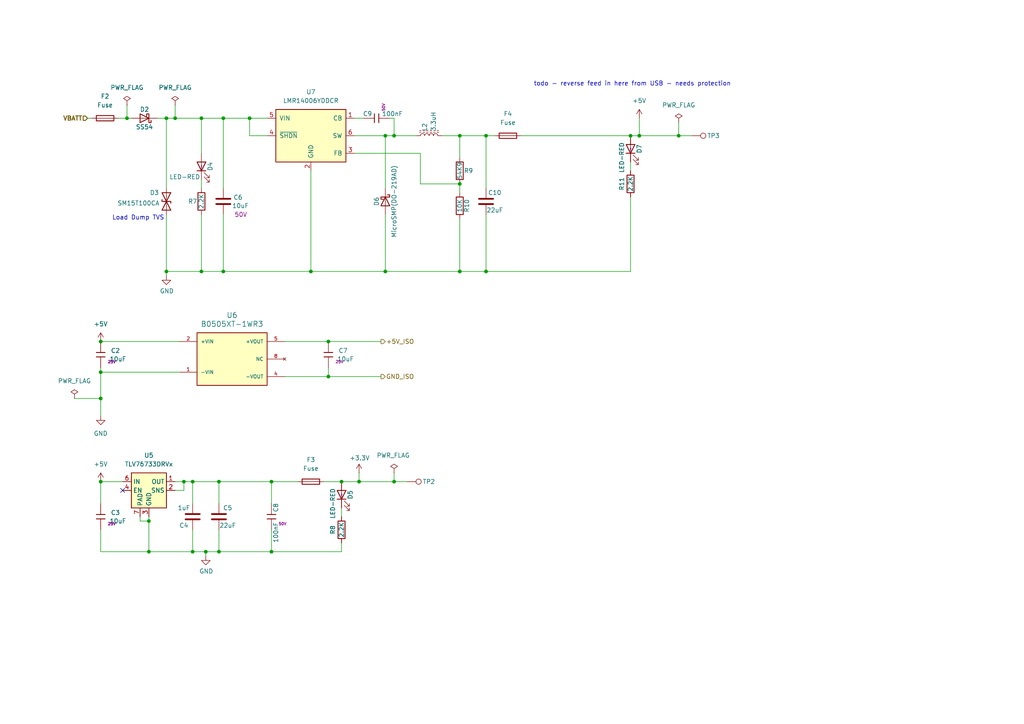
<source format=kicad_sch>
(kicad_sch (version 20250114) (generator "eeschema") (generator_version "9.0")
  (paper "A4")
  (lib_symbols
    (symbol "Connector:TestPoint" (pin_numbers (hide yes)) (pin_names (offset 0.762) (hide yes))
      (property "Reference" "TP" (at 0 6.858 0))
      (property "Value" "TestPoint" (at 0 5.08 0))
      (symbol "TestPoint_0_1"
        (circle (center 0 3.302) (radius 0.762))
      )
      (symbol "TestPoint_1_1"
        (pin passive line (at 0 0 90) (length 2.54) (name "1") (number "1"))
      )
    )
    (symbol "Device:C" (pin_numbers (hide yes)) (pin_names (offset 0.254))
      (property "Reference" "C" (at 0.635 2.54 0))
      (property "Value" "C" (at 0.635 -2.54 0))
      (symbol "C_0_1"
        (polyline (pts (xy -2.032 0.762) (xy 2.032 0.762)) (stroke (width 0.508)))
        (polyline (pts (xy -2.032 -0.762) (xy 2.032 -0.762)) (stroke (width 0.508)))
      )
      (symbol "C_1_1"
        (pin passive line (at 0 3.81 270) (length 2.794) (name "~") (number "1"))
        (pin passive line (at 0 -3.81 90) (length 2.794) (name "~") (number "2"))
      )
    )
    (symbol "Device:D_TVS" (pin_numbers (hide yes)) (pin_names (offset 1.016) (hide yes))
      (property "Reference" "D" (at 0 2.54 0))
      (property "Value" "D_TVS" (at 0 -2.54 0))
      (symbol "D_TVS_0_1"
        (polyline (pts (xy -2.54 1.27) (xy -2.54 -1.27) (xy 2.54 1.27) (xy 2.54 -1.27) (xy -2.54 1.27)) (stroke (width 0.254)))
        (polyline (pts (xy 0.508 1.27) (xy 0 1.27) (xy 0 -1.27) (xy -0.508 -1.27)) (stroke (width 0.254)))
        (polyline (pts (xy 1.27 0) (xy -1.27 0)))
      )
      (symbol "D_TVS_1_1"
        (pin passive line (at -3.81 0 0) (length 2.54) (name "A1") (number "1"))
        (pin passive line (at 3.81 0 180) (length 2.54) (name "A2") (number "2"))
      )
    )
    (symbol "Device:L_Ferrite" (pin_numbers (hide yes)) (pin_names (offset 1.016) (hide yes))
      (property "Reference" "L" (at -1.27 0 90))
      (property "Value" "L_Ferrite" (at 2.794 0 90))
      (symbol "L_Ferrite_0_1"
        (arc (start 0 2.54) (mid 0.6323 1.905) (end 0 1.27))
        (arc (start 0 1.27) (mid 0.6323 0.635) (end 0 0))
        (arc (start 0 0) (mid 0.6323 -0.635) (end 0 -1.27))
        (arc (start 0 -1.27) (mid 0.6323 -1.905) (end 0 -2.54))
        (polyline (pts (xy 1.016 2.286) (xy 1.016 2.794)))
        (polyline (pts (xy 1.016 1.27) (xy 1.016 1.778)))
        (polyline (pts (xy 1.016 0.254) (xy 1.016 0.762)))
        (polyline (pts (xy 1.016 -0.762) (xy 1.016 -0.254)))
        (polyline (pts (xy 1.016 -1.778) (xy 1.016 -1.27)))
        (polyline (pts (xy 1.016 -2.794) (xy 1.016 -2.286)))
        (polyline (pts (xy 1.524 2.794) (xy 1.524 2.286)))
        (polyline (pts (xy 1.524 1.778) (xy 1.524 1.27)))
        (polyline (pts (xy 1.524 0.762) (xy 1.524 0.254)))
        (polyline (pts (xy 1.524 -0.254) (xy 1.524 -0.762)))
        (polyline (pts (xy 1.524 -1.27) (xy 1.524 -1.778)))
        (polyline (pts (xy 1.524 -2.286) (xy 1.524 -2.794)))
      )
      (symbol "L_Ferrite_1_1"
        (pin passive line (at 0 3.81 270) (length 1.27) (name "1") (number "1"))
        (pin passive line (at 0 -3.81 90) (length 1.27) (name "2") (number "2"))
      )
    )
    (symbol "Fuse_16V_500mA_100A_1A_150mΩ_0805_PTC_Resettable_Fuses_ROHS_1" (pin_numbers (hide yes)) (pin_names (offset 0))
      (property "Reference" "F1" (at 6.35 0 90))
      (property "Value" "Fuse_16V_500mA_100A_1A_150mΩ_0805_PTC_Resettable_Fuses_ROHS" (at 3.81 0 90))
      (symbol "Fuse_16V_500mA_100A_1A_150mΩ_0805_PTC_Resettable_Fuses_ROHS_1_0_1"
        (rectangle (start -0.762 -2.54) (end 0.762 2.54) (stroke (width 0.254)))
        (polyline (pts (xy 0 2.54) (xy 0 -2.54)))
      )
      (symbol "Fuse_16V_500mA_100A_1A_150mΩ_0805_PTC_Resettable_Fuses_ROHS_1_1_1"
        (pin passive line (at 0 3.81 270) (length 1.27) (name "~") (number "1"))
        (pin passive line (at 0 -3.81 90) (length 1.27) (name "~") (number "2"))
      )
    )
    (symbol "Fuse_16V_500mA_100A_1A_150mΩ_0805_PTC_Resettable_Fuses_ROHS_2" (pin_numbers (hide yes)) (pin_names (offset 0))
      (property "Reference" "F1" (at 6.35 0 90))
      (property "Value" "Fuse_16V_500mA_100A_1A_150mΩ_0805_PTC_Resettable_Fuses_ROHS" (at 3.81 0 90))
      (symbol "Fuse_16V_500mA_100A_1A_150mΩ_0805_PTC_Resettable_Fuses_ROHS_2_0_1"
        (rectangle (start -0.762 -2.54) (end 0.762 2.54) (stroke (width 0.254)))
        (polyline (pts (xy 0 2.54) (xy 0 -2.54)))
      )
      (symbol "Fuse_16V_500mA_100A_1A_150mΩ_0805_PTC_Resettable_Fuses_ROHS_2_1_1"
        (pin passive line (at 0 3.81 270) (length 1.27) (name "~") (number "1"))
        (pin passive line (at 0 -3.81 90) (length 1.27) (name "~") (number "2"))
      )
    )
    (symbol "PCM_JLCPCB-Resistors:0402,56kΩ" (pin_numbers (hide yes)) (pin_names (offset 0))
      (property "Reference" "R" (at 1.778 0 0))
      (property "Value" "56kΩ" (at 0 0 90))
      (symbol "0402,56kΩ_0_1"
        (rectangle (start -1.016 2.54) (end 1.016 -2.54) (stroke (width 0.254)))
      )
      (symbol "0402,56kΩ_1_1"
        (pin passive line (at 0 3.81 270) (length 1.27) (name "~") (number "1"))
        (pin passive line (at 0 -3.81 90) (length 1.27) (name "~") (number "2"))
      )
    )
    (symbol "Regulator_Switching:LMR14206" (pin_names (offset 1.016))
      (property "Reference" "U" (at -10.16 11.43 0))
      (property "Value" "LMR14206" (at -10.16 8.89 0))
      (symbol "LMR14206_0_1"
        (rectangle (start -10.16 7.62) (end 10.16 -7.62) (stroke (width 0.254)) (fill (type background)))
      )
      (symbol "LMR14206_1_1"
        (pin power_in line (at -12.7 5.08 0) (length 2.54) (name "VIN") (number "5"))
        (pin input line (at -12.7 0 0) (length 2.54) (name "~{SHDN}") (number "4"))
        (pin power_in line (at 0 -10.16 90) (length 2.54) (name "GND") (number "2"))
        (pin input line (at 12.7 5.08 180) (length 2.54) (name "CB") (number "1"))
        (pin output line (at 12.7 0 180) (length 2.54) (name "SW") (number "6"))
        (pin input line (at 12.7 -5.08 180) (length 2.54) (name "FB") (number "3"))
      )
    )
    (symbol "dnt_global:0402,10kΩ" (pin_numbers (hide yes)) (pin_names (offset 0))
      (property "Reference" "R" (at 1.778 0 0))
      (property "Value" "10kΩ" (at 0 0 90))
      (symbol "0402,10kΩ_0_1"
        (rectangle (start -1.016 2.54) (end 1.016 -2.54) (stroke (width 0.254)))
      )
      (symbol "0402,10kΩ_1_1"
        (pin passive line (at 0 3.81 270) (length 1.27) (name "~") (number "1"))
        (pin passive line (at 0 -3.81 90) (length 1.27) (name "~") (number "2"))
      )
    )
    (symbol "dnt_global:0603,100nF" (pin_numbers (hide yes)) (pin_names (offset 0))
      (property "Reference" "C" (at 2.032 1.668 0))
      (property "Value" "100nF" (at 2.032 -0.3782 0))
      (property "Voltage Rated" "50V" (at 2.032 -2.0462 0))
      (symbol "0603,100nF_0_1"
        (polyline (pts (xy -1.27 0.635) (xy 1.27 0.635)) (stroke (width 0.254)))
        (polyline (pts (xy -1.27 -0.635) (xy 1.27 -0.635)) (stroke (width 0.254)))
      )
      (symbol "0603,100nF_1_1"
        (pin passive line (at 0 3.81 270) (length 3.175) (name "~") (number "1"))
        (pin passive line (at 0 -3.81 90) (length 3.175) (name "~") (number "2"))
      )
    )
    (symbol "dnt_global:0603,10uF,_25V" (pin_numbers (hide yes)) (pin_names (offset 0))
      (property "Reference" "C" (at 2.032 1.668 0))
      (property "Value" "10uF" (at 2.032 -0.3782 0))
      (property "Voltage Rated" "25V" (at 2.032 -2.0462 0))
      (symbol "0603,10uF,_25V_0_1"
        (polyline (pts (xy -1.27 0.635) (xy 1.27 0.635)) (stroke (width 0.254)))
        (polyline (pts (xy -1.27 -0.635) (xy 1.27 -0.635)) (stroke (width 0.254)))
      )
      (symbol "0603,10uF,_25V_1_1"
        (pin passive line (at 0 3.81 270) (length 3.175) (name "~") (number "1"))
        (pin passive line (at 0 -3.81 90) (length 3.175) (name "~") (number "2"))
      )
    )
    (symbol "dnt_global:B0505_Isolated_SMD" (pin_names (offset 1.016))
      (property "Reference" "U" (at 0 12.7 0))
      (property "Value" "B0505XT-1WR3" (at 0 10.16 0))
      (symbol "B0505_Isolated_SMD_0_0"
        (rectangle (start -10.16 7.62) (end 10.16 -7.62) (stroke (width 0.254)) (fill (type background)))
        (pin no_connect line (at 15.24 0 180) (length 5.08) (name "NC") (number "8"))
      )
      (symbol "B0505_Isolated_SMD_1_0"
        (pin power_in line (at -15.24 5.08 0) (length 5.08) (name "+VIN") (number "2"))
        (pin power_in line (at -15.24 -3.81 0) (length 5.08) (name "-VIN") (number "1"))
        (pin power_out line (at 15.24 5.08 180) (length 5.08) (name "+VOUT") (number "5"))
        (pin power_out line (at 15.24 -5.08 180) (length 5.08) (name "-VOUT") (number "4"))
      )
    )
    (symbol "dnt_global:Diode - V1P6-M3/H 60V 1A Schotty " (pin_numbers (hide yes)) (pin_names (offset 1.016) (hide yes))
      (property "Reference" "D" (at 0 -2.54 0))
      (property "Value" "Diode - Schotty V1P6-M3/H 60V 1A" (at 0 2.54 0))
      (symbol "Diode - V1P6-M3/H 60V 1A Schotty _0_1"
        (polyline (pts (xy -1.905 0.635) (xy -1.905 1.27) (xy -1.27 1.27) (xy -1.27 -1.27) (xy -0.635 -1.27) (xy -0.635 -0.635)) (stroke (width 0.254)))
        (polyline (pts (xy 1.27 1.27) (xy 1.27 -1.27) (xy -1.27 0) (xy 1.27 1.27)) (stroke (width 0.254)))
        (polyline (pts (xy 1.27 0) (xy -1.27 0)))
      )
      (symbol "Diode - V1P6-M3/H 60V 1A Schotty _1_1"
        (pin passive line (at -3.81 0 0) (length 2.54) (name "K") (number "1"))
        (pin passive line (at 3.81 0 180) (length 2.54) (name "A") (number "2"))
      )
    )
    (symbol "dnt_global:Diode_SS54" (pin_numbers (hide yes)) (pin_names (offset 1.016) (hide yes))
      (property "Reference" "D" (at 0 -2.54 0))
      (property "Value" "SS54" (at 0 2.54 0))
      (symbol "Diode_SS54_0_1"
        (polyline (pts (xy -1.905 0.635) (xy -1.905 1.27) (xy -1.27 1.27) (xy -1.27 -1.27) (xy -0.635 -1.27) (xy -0.635 -0.635)) (stroke (width 0.254)))
        (polyline (pts (xy 1.27 1.27) (xy 1.27 -1.27) (xy -1.27 0) (xy 1.27 1.27)) (stroke (width 0.254)))
        (polyline (pts (xy 1.27 0) (xy -1.27 0)))
      )
      (symbol "Diode_SS54_1_1"
        (pin passive line (at -3.81 0 0) (length 2.54) (name "K") (number "1"))
        (pin passive line (at 3.81 0 180) (length 2.54) (name "A") (number "2"))
      )
    )
    (symbol "dnt_global:Fuse_16V_500mA_100A_1A_150mΩ_0805_PTC_Resettable_Fuses_ROHS" (pin_numbers (hide yes)) (pin_names (offset 0))
      (property "Reference" "F1" (at 6.35 0 90))
      (property "Value" "Fuse_16V_500mA_100A_1A_150mΩ_0805_PTC_Resettable_Fuses_ROHS" (at 3.81 0 90))
      (symbol "Fuse_16V_500mA_100A_1A_150mΩ_0805_PTC_Resettable_Fuses_ROHS_0_1"
        (rectangle (start -0.762 -2.54) (end 0.762 2.54) (stroke (width 0.254)))
        (polyline (pts (xy 0 2.54) (xy 0 -2.54)))
      )
      (symbol "Fuse_16V_500mA_100A_1A_150mΩ_0805_PTC_Resettable_Fuses_ROHS_1_1"
        (pin passive line (at 0 3.81 270) (length 1.27) (name "~") (number "1"))
        (pin passive line (at 0 -3.81 90) (length 1.27) (name "~") (number "2"))
      )
    )
    (symbol "dnt_global:LED-RED" (pin_numbers (hide yes)) (pin_names (offset 1.016) (hide yes))
      (property "Reference" "D" (at 0 -2.54 0))
      (property "Value" "LED-RED" (at -3.048 4.826 90))
      (property "Datasheet" "~" (at 0 0 0))
      (symbol "LED-RED_0_1"
        (polyline (pts (xy -3.048 -0.762) (xy -4.572 -2.286) (xy -3.81 -2.286) (xy -4.572 -2.286) (xy -4.572 -1.524)))
        (polyline (pts (xy -1.778 -0.762) (xy -3.302 -2.286) (xy -2.54 -2.286) (xy -3.302 -2.286) (xy -3.302 -1.524)))
        (polyline (pts (xy -1.27 0) (xy 1.27 0)))
        (polyline (pts (xy -1.27 -1.27) (xy -1.27 1.27)) (stroke (width 0.254)))
        (polyline (pts (xy 1.27 -1.27) (xy 1.27 1.27) (xy -1.27 0) (xy 1.27 -1.27)) (stroke (width 0.254)))
      )
      (symbol "LED-RED_1_1"
        (pin passive line (at -3.81 0 0) (length 2.54) (name "K") (number "1"))
        (pin passive line (at 3.81 0 180) (length 2.54) (name "A") (number "2"))
      )
    )
    (symbol "dnt_global:Resistor_0402,10kΩ" (pin_numbers (hide yes)) (pin_names (offset 0))
      (property "Reference" "R" (at 1.778 0 0))
      (property "Value" "10kΩ" (at 0 0 90))
      (symbol "Resistor_0402,10kΩ_0_1"
        (rectangle (start -1.016 2.54) (end 1.016 -2.54) (stroke (width 0.254)))
      )
      (symbol "Resistor_0402,10kΩ_1_1"
        (pin passive line (at 0 3.81 270) (length 1.27) (name "~") (number "1"))
        (pin passive line (at 0 -3.81 90) (length 1.27) (name "~") (number "2"))
      )
    )
    (symbol "dnt_global:TLV76733DRVx"
      (property "Reference" "U" (at 0 8.89 0))
      (property "Value" "TLV76733DRVx" (at 0.254 6.604 0))
      (symbol "TLV76733DRVx_0_1"
        (rectangle (start -5.08 -5.08) (end 5.08 5.08) (stroke (width 0.254)) (fill (type background)))
      )
      (symbol "TLV76733DRVx_1_1"
        (pin power_in line (at -7.62 2.54 0) (length 2.54) (name "IN") (number "6"))
        (pin input line (at -7.62 0 0) (length 2.54) (name "EN") (number "4"))
        (pin passive line (at -2.54 -7.62 90) (length 2.54) (name "PAD") (number "7"))
        (pin power_in line (at 0 -7.62 90) (length 2.54) (name "GND") (number "3"))
        (pin passive line (at 0 -7.62 90) (length 2.54) (hide yes) (name "GND") (number "5"))
        (pin power_out line (at 7.62 2.54 180) (length 2.54) (name "OUT") (number "1"))
        (pin input line (at 7.62 0 180) (length 2.54) (name "SNS") (number "2"))
      )
    )
    (symbol "power:+3.3V" (power) (pin_numbers (hide yes)) (pin_names (offset 0) (hide yes))
      (property "Value" "+3.3V" (at 0 3.556 0))
      (symbol "+3.3V_0_1"
        (polyline (pts (xy -0.762 1.27) (xy 0 2.54)))
        (polyline (pts (xy 0 2.54) (xy 0.762 1.27)))
        (polyline (pts (xy 0 0) (xy 0 2.54)))
      )
      (symbol "+3.3V_1_1"
        (pin power_in line (at 0 0 90) (length 0) (name "~") (number "1"))
      )
    )
    (symbol "power:+5V" (power) (pin_numbers (hide yes)) (pin_names (offset 0) (hide yes))
      (property "Value" "+5V" (at 0 3.556 0))
      (symbol "+5V_0_1"
        (polyline (pts (xy -0.762 1.27) (xy 0 2.54)))
        (polyline (pts (xy 0 2.54) (xy 0.762 1.27)))
        (polyline (pts (xy 0 0) (xy 0 2.54)))
      )
      (symbol "+5V_1_1"
        (pin power_in line (at 0 0 90) (length 0) (name "~") (number "1"))
      )
    )
    (symbol "power:GND" (power) (pin_numbers (hide yes)) (pin_names (offset 0) (hide yes))
      (property "Value" "GND" (at 0 -3.81 0))
      (symbol "GND_0_1"
        (polyline (pts (xy 0 0) (xy 0 -1.27) (xy 1.27 -1.27) (xy 0 -2.54) (xy -1.27 -1.27) (xy 0 -1.27)))
      )
      (symbol "GND_1_1"
        (pin power_in line (at 0 0 270) (length 0) (name "~") (number "1"))
      )
    )
    (symbol "power:PWR_FLAG" (power) (pin_numbers (hide yes)) (pin_names (offset 0) (hide yes))
      (property "Value" "PWR_FLAG" (at 0 3.81 0))
      (symbol "PWR_FLAG_0_0"
        (pin power_out line (at 0 0 90) (length 0) (name "~") (number "1"))
      )
      (symbol "PWR_FLAG_0_1"
        (polyline (pts (xy 0 0) (xy 0 1.27) (xy -1.016 1.905) (xy 0 2.54) (xy 1.016 1.905) (xy 0 1.27)))
      )
    )
  )
  (text "Load Dump TVS\n\n" (at 32.512 66.04 0) (effects (font (size 1.27 1.27) (thickness 0.1588)) (justify left bottom)))
  (text "todo - reverse feed in here from USB - needs protection " (at 183.896 24.384 0) (effects (font (size 1.27 1.27))))
  (junction (at 64.77 34.29))
  (junction (at 111.76 78.74))
  (junction (at 95.25 99.06))
  (junction (at 133.35 78.74))
  (junction (at 133.35 39.37))
  (junction (at 29.21 107.95))
  (junction (at 63.5 139.7))
  (junction (at 43.18 151.13))
  (junction (at 185.42 39.37))
  (junction (at 78.74 139.7))
  (junction (at 72.39 34.29))
  (junction (at 36.83 34.29))
  (junction (at 99.06 139.7))
  (junction (at 58.42 34.29))
  (junction (at 133.35 53.34))
  (junction (at 50.8 34.29))
  (junction (at 140.97 78.74))
  (junction (at 196.85 39.37))
  (junction (at 104.14 139.7))
  (junction (at 58.42 78.74))
  (junction (at 114.3 139.7))
  (junction (at 63.5 160.02))
  (junction (at 140.97 39.37))
  (junction (at 29.21 115.57))
  (junction (at 29.21 99.06))
  (junction (at 48.26 34.29))
  (junction (at 55.88 160.02))
  (junction (at 48.26 78.74))
  (junction (at 90.17 78.74))
  (junction (at 55.88 139.7))
  (junction (at 78.74 160.02))
  (junction (at 64.77 78.74))
  (junction (at 95.25 109.22))
  (junction (at 182.88 39.37))
  (junction (at 43.18 160.02))
  (junction (at 53.34 139.7))
  (junction (at 111.76 39.37))
  (junction (at 29.21 139.7))
  (junction (at 59.69 160.02))
  (junction (at 114.3 39.37))
  (no_connect (at 35.56 142.24))
  (wire (pts (xy 48.26 78.74) (xy 58.42 78.74)))
  (wire (pts (xy 140.97 39.37) (xy 140.97 54.61)))
  (wire (pts (xy 128.27 39.37) (xy 133.35 39.37)))
  (wire (pts (xy 111.76 39.37) (xy 111.76 54.61)))
  (wire (pts (xy 34.29 34.29) (xy 36.83 34.29)))
  (wire (pts (xy 29.21 115.57) (xy 29.21 120.65)))
  (wire (pts (xy 72.39 34.29) (xy 72.39 39.37)))
  (wire (pts (xy 102.87 44.45) (xy 121.92 44.45)))
  (wire (pts (xy 55.88 139.7) (xy 63.5 139.7)))
  (wire (pts (xy 121.92 44.45) (xy 121.92 53.34)))
  (wire (pts (xy 55.88 153.67) (xy 55.88 160.02)))
  (wire (pts (xy 50.8 139.7) (xy 53.34 139.7)))
  (wire (pts (xy 140.97 39.37) (xy 143.51 39.37)))
  (wire (pts (xy 63.5 153.67) (xy 63.5 160.02)))
  (wire (pts (xy 43.18 160.02) (xy 55.88 160.02)))
  (wire (pts (xy 59.69 161.29) (xy 59.69 160.02)))
  (wire (pts (xy 182.88 57.15) (xy 182.88 78.74)))
  (wire (pts (xy 133.35 39.37) (xy 140.97 39.37)))
  (wire (pts (xy 52.07 99.06) (xy 29.21 99.06)))
  (wire (pts (xy 29.21 139.7) (xy 29.21 146.05)))
  (wire (pts (xy 82.55 109.22) (xy 95.25 109.22)))
  (wire (pts (xy 64.77 34.29) (xy 64.77 54.61)))
  (wire (pts (xy 58.42 52.07) (xy 58.42 54.61)))
  (wire (pts (xy 140.97 62.23) (xy 140.97 78.74)))
  (wire (pts (xy 196.85 39.37) (xy 185.42 39.37)))
  (wire (pts (xy 64.77 62.23) (xy 64.77 78.74)))
  (wire (pts (xy 58.42 34.29) (xy 64.77 34.29)))
  (wire (pts (xy 78.74 146.05) (xy 78.74 139.7)))
  (wire (pts (xy 48.26 34.29) (xy 48.26 54.61)))
  (wire (pts (xy 95.25 109.22) (xy 110.49 109.22)))
  (wire (pts (xy 133.35 63.5) (xy 133.35 78.74)))
  (wire (pts (xy 48.26 78.74) (xy 48.26 62.23)))
  (wire (pts (xy 72.39 39.37) (xy 77.47 39.37)))
  (wire (pts (xy 133.35 39.37) (xy 133.35 45.72)))
  (wire (pts (xy 29.21 153.67) (xy 29.21 160.02)))
  (wire (pts (xy 78.74 160.02) (xy 78.74 153.67)))
  (wire (pts (xy 102.87 34.29) (xy 105.41 34.29)))
  (wire (pts (xy 78.74 160.02) (xy 99.06 160.02)))
  (wire (pts (xy 114.3 39.37) (xy 120.65 39.37)))
  (wire (pts (xy 29.21 139.7) (xy 35.56 139.7)))
  (wire (pts (xy 78.74 139.7) (xy 86.36 139.7)))
  (wire (pts (xy 29.21 107.95) (xy 29.21 115.57)))
  (wire (pts (xy 99.06 147.32) (xy 99.06 149.86)))
  (wire (pts (xy 36.83 30.48) (xy 36.83 34.29)))
  (wire (pts (xy 90.17 78.74) (xy 111.76 78.74)))
  (wire (pts (xy 185.42 34.29) (xy 185.42 39.37)))
  (wire (pts (xy 64.77 78.74) (xy 90.17 78.74)))
  (wire (pts (xy 72.39 34.29) (xy 77.47 34.29)))
  (wire (pts (xy 50.8 34.29) (xy 58.42 34.29)))
  (wire (pts (xy 182.88 78.74) (xy 140.97 78.74)))
  (wire (pts (xy 53.34 139.7) (xy 55.88 139.7)))
  (wire (pts (xy 121.92 53.34) (xy 133.35 53.34)))
  (wire (pts (xy 114.3 137.16) (xy 114.3 139.7)))
  (wire (pts (xy 95.25 99.06) (xy 110.49 99.06)))
  (wire (pts (xy 25.4 34.29) (xy 26.67 34.29)))
  (wire (pts (xy 102.87 39.37) (xy 111.76 39.37)))
  (wire (pts (xy 111.76 62.23) (xy 111.76 78.74)))
  (wire (pts (xy 63.5 139.7) (xy 78.74 139.7)))
  (wire (pts (xy 133.35 53.34) (xy 133.35 55.88)))
  (wire (pts (xy 50.8 34.29) (xy 48.26 34.29)))
  (wire (pts (xy 82.55 99.06) (xy 95.25 99.06)))
  (wire (pts (xy 50.8 142.24) (xy 53.34 142.24)))
  (wire (pts (xy 63.5 160.02) (xy 78.74 160.02)))
  (wire (pts (xy 104.14 137.16) (xy 104.14 139.7)))
  (wire (pts (xy 114.3 34.29) (xy 113.03 34.29)))
  (wire (pts (xy 95.25 106.68) (xy 95.25 109.22)))
  (wire (pts (xy 182.88 46.99) (xy 182.88 49.53)))
  (wire (pts (xy 99.06 139.7) (xy 104.14 139.7)))
  (wire (pts (xy 64.77 34.29) (xy 72.39 34.29)))
  (wire (pts (xy 90.17 49.53) (xy 90.17 78.74)))
  (wire (pts (xy 29.21 106.68) (xy 29.21 107.95)))
  (wire (pts (xy 99.06 160.02) (xy 99.06 157.48)))
  (wire (pts (xy 50.8 30.48) (xy 50.8 34.29)))
  (wire (pts (xy 196.85 35.56) (xy 196.85 39.37)))
  (wire (pts (xy 43.18 151.13) (xy 43.18 160.02)))
  (wire (pts (xy 59.69 160.02) (xy 63.5 160.02)))
  (wire (pts (xy 29.21 107.95) (xy 52.07 107.95)))
  (wire (pts (xy 45.72 34.29) (xy 48.26 34.29)))
  (wire (pts (xy 114.3 139.7) (xy 118.11 139.7)))
  (wire (pts (xy 53.34 142.24) (xy 53.34 139.7)))
  (wire (pts (xy 55.88 160.02) (xy 59.69 160.02)))
  (wire (pts (xy 40.64 151.13) (xy 43.18 151.13)))
  (wire (pts (xy 104.14 139.7) (xy 114.3 139.7)))
  (wire (pts (xy 58.42 44.45) (xy 58.42 34.29)))
  (wire (pts (xy 63.5 146.05) (xy 63.5 139.7)))
  (wire (pts (xy 21.59 115.57) (xy 29.21 115.57)))
  (wire (pts (xy 114.3 34.29) (xy 114.3 39.37)))
  (wire (pts (xy 196.85 39.37) (xy 200.66 39.37)))
  (wire (pts (xy 29.21 160.02) (xy 43.18 160.02)))
  (wire (pts (xy 48.26 80.01) (xy 48.26 78.74)))
  (wire (pts (xy 43.18 149.86) (xy 43.18 151.13)))
  (wire (pts (xy 36.83 34.29) (xy 38.1 34.29)))
  (wire (pts (xy 133.35 78.74) (xy 140.97 78.74)))
  (wire (pts (xy 182.88 39.37) (xy 185.42 39.37)))
  (wire (pts (xy 111.76 39.37) (xy 114.3 39.37)))
  (wire (pts (xy 111.76 78.74) (xy 133.35 78.74)))
  (wire (pts (xy 151.13 39.37) (xy 182.88 39.37)))
  (wire (pts (xy 58.42 78.74) (xy 64.77 78.74)))
  (wire (pts (xy 40.64 149.86) (xy 40.64 151.13)))
  (wire (pts (xy 58.42 62.23) (xy 58.42 78.74)))
  (wire (pts (xy 55.88 139.7) (xy 55.88 146.05)))
  (wire (pts (xy 93.98 139.7) (xy 99.06 139.7)))
  (hierarchical_label "GND_ISO" (shape output) (at 110.49 109.22 0) (effects (font (thickness 0.1588))))
  (hierarchical_label "+5V_ISO" (shape output) (at 110.49 99.06 0) (effects (font (thickness 0.1588))))
  (hierarchical_label "VBATT" (shape input) (at 25.4 34.29 180) (effects (font (bold yes))))
  (symbol (lib_id "dnt_global:Diode - V1P6-M3/H 60V 1A Schotty ") (at 111.76 58.42 270) (unit 1)
    (property "Reference" "D6" (at 109.22 58.42 0))
    (property "Value" "MicroSMP(DO-219AD)" (at 114.3 58.42 0))
    (property "Footprint" "Diode_SMD:D_MicroSMP_AK" (effects (hide yes)))
    (property "Datasheet" "https://wmsc.lcsc.com/wmsc/upload/file/pdf/v2/lcsc/2312121230_Vishay-Intertech-V1P6-M3-H_C3757499.pdf" (effects (hide yes)))
    (property "Description" "Vishay Intertech  -60V 1A 600mV@1A MicroSMP(DO-219AD)  Schottky Diodes ROHS" (effects (hide yes)))
    (property "LCSC" "C3757499" (effects (hide yes)))
  )
  (symbol (lib_name "Fuse_16V_500mA_100A_1A_150mΩ_0805_PTC_Resettable_Fuses_ROHS_2") (lib_id "dnt_global:Fuse_16V_500mA_100A_1A_150mΩ_0805_PTC_Resettable_Fuses_ROHS") (at 90.17 139.7 90) (unit 1)
    (property "Reference" "F3" (at 90.17 133.35 90))
    (property "Value" "Fuse" (at 90.17 135.89 90))
    (property "Footprint" "Fuse:Fuse_0805_2012Metric" (effects (hide yes)))
    (property "Description" "Fuse" (effects (hide yes)))
    (property "LCSC" "C2833485" (effects (hide yes)))
  )
  (symbol (lib_id "power:+5V") (at 185.42 34.29 0) (unit 1)
    (property "Reference" "#PWR013" (effects (hide yes)))
    (property "Value" "+5V" (at 185.42 29.21 0))
    (property "Description" "Power symbol creates a global label with name \"+5V\"" (effects (hide yes)))
  )
  (symbol (lib_name "Fuse_16V_500mA_100A_1A_150mΩ_0805_PTC_Resettable_Fuses_ROHS_1") (lib_id "dnt_global:Fuse_16V_500mA_100A_1A_150mΩ_0805_PTC_Resettable_Fuses_ROHS") (at 30.48 34.29 90) (unit 1)
    (property "Reference" "F2" (at 30.48 27.94 90))
    (property "Value" "Fuse" (at 30.48 30.48 90))
    (property "Footprint" "Fuse:Fuse_0805_2012Metric" (effects (hide yes)))
    (property "Description" "Fuse" (effects (hide yes)))
    (property "LCSC" "C2833485" (effects (hide yes)))
  )
  (symbol (lib_id "Device:L_Ferrite") (at 124.46 39.37 90) (unit 1)
    (property "Reference" "L2" (at 123.1899 38.1 0) (effects (justify left)))
    (property "Value" "3.3uH" (at 125.7299 38.1 0) (effects (justify left)))
    (property "Footprint" "Inductor_SMD:L_Sunlord_SWPA4030S" (effects (hide yes)))
    (property "Description" "Inductor with ferrite core" (effects (hide yes)))
    (property "LCSC" "C15269" (effects (hide yes)))
  )
  (symbol (lib_id "dnt_global:Diode_SS54") (at 41.91 34.29 180) (unit 1)
    (property "Reference" "D2" (at 41.91 31.75 0))
    (property "Value" "SS54" (at 41.91 36.83 0))
    (property "Footprint" "dnt:D_SMA - polarity" (effects (hide yes)))
    (property "Datasheet" "https://wmsc.lcsc.com/wmsc/upload/file/pdf/v2/lcsc/2303141100_MDD-Microdiode-Electronics-SS54_C22452.pdf" (effects (hide yes)))
    (property "Description" "40V 550mV@5A 5A SMA(DO-214AC) Schottky Barrier Diodes (SBD) ROHS" (effects (hide yes)))
    (property "LCSC" "C22452" (effects (hide yes)))
    (property "JLCPCB Rotation Offset" "0" (effects (hide yes)))
  )
  (symbol (lib_id "dnt_global:0603,10uF,_25V") (at 29.21 149.86 0) (unit 1)
    (property "Reference" "C3" (at 32.131 148.6916 0) (effects (justify left)))
    (property "Value" "10uF" (at 31.75 151.13 0) (effects (justify left)))
    (property "Footprint" "dnt:C_0603_1608Metric" (effects (hide yes)))
    (property "Datasheet" "https://www.lcsc.com/datasheet/lcsc_datasheet_2304140030_Samsung-Electro-Mechanics-CL10A106MA8NRNC_C96446.pdf" (effects (hide yes)))
    (property "Description" "25V 10uF X5R ±20% 0603 Multilayer Ceramic Capacitors MLCC - SMD/SMT ROHS" (effects (hide yes)))
    (property "LCSC" "C96446" (effects (hide yes)))
    (property "Stock" "3388297" (effects (hide yes)))
    (property "Price" "0.021USD" (effects (hide yes)))
    (property "Process" "SMT" (effects (hide yes)))
    (property "Minimum Qty" "20" (effects (hide yes)))
    (property "Attrition Qty" "8" (effects (hide yes)))
    (property "Class" "Basic Component" (effects (hide yes)))
    (property "Category" "Capacitors,Multilayer Ceramic Capacitors MLCC - SMD/SMT" (effects (hide yes)))
    (property "Manufacturer" "Samsung Electro-Mechanics" (effects (hide yes)))
    (property "Part" "CL10A106MA8NRNC" (effects (hide yes)))
    (property "Voltage Rated" "25V" (at 31.242 151.9062 0) (effects (font (size 0.8 0.8)) (justify left)))
    (property "Tolerance" "±20%" (effects (hide yes)))
    (property "Capacitance" "10uF" (effects (hide yes)))
    (property "Temperature Coefficient" "X5R" (effects (hide yes)))
  )
  (symbol (lib_id "power:GND") (at 59.69 161.29 0) (unit 1)
    (property "Reference" "#PWR011" (effects (hide yes)))
    (property "Value" "GND" (at 59.817 165.6842 0))
    (property "Description" "Power symbol creates a global label with name \"GND\" , ground" (effects (hide yes)))
  )
  (symbol (lib_id "power:+5V") (at 29.21 99.06 0) (unit 1)
    (property "Reference" "#PWR07" (effects (hide yes)))
    (property "Value" "+5V" (at 29.21 93.98 0))
    (property "Description" "Power symbol creates a global label with name \"+5V\"" (effects (hide yes)))
  )
  (symbol (lib_id "dnt_global:Fuse_16V_500mA_100A_1A_150mΩ_0805_PTC_Resettable_Fuses_ROHS") (at 147.32 39.37 90) (unit 1)
    (property "Reference" "F4" (at 147.32 33.02 90))
    (property "Value" "Fuse" (at 147.32 35.56 90))
    (property "Footprint" "Fuse:Fuse_0805_2012Metric" (effects (hide yes)))
    (property "Description" "Fuse" (effects (hide yes)))
    (property "LCSC" "C2833485" (effects (hide yes)))
  )
  (symbol (lib_id "dnt_global:0603,10uF,_25V") (at 95.25 102.87 0) (unit 1)
    (property "Reference" "C7" (at 98.171 101.7016 0) (effects (justify left)))
    (property "Value" "10uF" (at 97.79 104.14 0) (effects (justify left)))
    (property "Footprint" "dnt:C_0603_1608Metric" (effects (hide yes)))
    (property "Datasheet" "https://www.lcsc.com/datasheet/lcsc_datasheet_2304140030_Samsung-Electro-Mechanics-CL10A106MA8NRNC_C96446.pdf" (effects (hide yes)))
    (property "Description" "25V 10uF X5R ±20% 0603 Multilayer Ceramic Capacitors MLCC - SMD/SMT ROHS" (effects (hide yes)))
    (property "LCSC" "C96446" (effects (hide yes)))
    (property "Stock" "3388297" (effects (hide yes)))
    (property "Price" "0.021USD" (effects (hide yes)))
    (property "Process" "SMT" (effects (hide yes)))
    (property "Minimum Qty" "20" (effects (hide yes)))
    (property "Attrition Qty" "8" (effects (hide yes)))
    (property "Class" "Basic Component" (effects (hide yes)))
    (property "Category" "Capacitors,Multilayer Ceramic Capacitors MLCC - SMD/SMT" (effects (hide yes)))
    (property "Manufacturer" "Samsung Electro-Mechanics" (effects (hide yes)))
    (property "Part" "CL10A106MA8NRNC" (effects (hide yes)))
    (property "Voltage Rated" "25V" (at 97.282 104.9162 0) (effects (font (size 0.8 0.8)) (justify left)))
    (property "Tolerance" "±20%" (effects (hide yes)))
    (property "Capacitance" "10uF" (effects (hide yes)))
    (property "Temperature Coefficient" "X5R" (effects (hide yes)))
  )
  (symbol (lib_id "dnt_global:LED-RED") (at 99.06 143.51 90) (unit 1)
    (property "Reference" "D5" (at 101.6 143.51 0))
    (property "Value" "LED-RED" (at 96.52 146.05 0))
    (property "Footprint" "dnt:LED_0603_1608Metric - polarity" (effects (hide yes)))
    (property "Datasheet" "~" (at 99.06 143.51 0) (effects (font (size 1.524 1.524))))
    (property "Description" "Light emitting diode" (effects (hide yes)))
    (property "LCSC" "C2286" (effects (hide yes)))
    (property "JLCPCB Rotation Offset" "0" (effects (hide yes)))
  )
  (symbol (lib_id "power:+5V") (at 29.21 139.7 0) (unit 1)
    (property "Reference" "#PWR09" (effects (hide yes)))
    (property "Value" "+5V" (at 29.21 134.62 0))
    (property "Description" "Power symbol creates a global label with name \"+5V\"" (effects (hide yes)))
  )
  (symbol (lib_id "dnt_global:Resistor_0402,10kΩ") (at 58.42 58.42 180) (unit 1)
    (property "Reference" "R7" (at 55.88 58.42 0))
    (property "Value" "2.2K" (at 58.42 58.42 90))
    (property "Footprint" "PCM_JLCPCB:R_0402" (effects (hide yes)))
    (property "Datasheet" "https://www.lcsc.com/datasheet/lcsc_datasheet_2411221126_UNI-ROYAL-Uniroyal-Elec-0402WGF1002TCE_C25744.pdf" (effects (hide yes)))
    (property "Description" "62.5mW Thick Film Resistors 50V ±100ppm/°C ±1% 10kΩ 0402 Chip Resistor - Surface Mount ROHS" (effects (hide yes)))
    (property "LCSC" "C25744" (effects (hide yes)))
    (property "Manufacturer" "UNI-ROYAL(Uniroyal Elec)" (effects (hide yes)))
    (property "Stock" "24372091" (effects (hide yes)))
    (property "Price" "0.004USD" (effects (hide yes)))
    (property "Process" "SMT" (effects (hide yes)))
    (property "Minimum Qty" "20" (effects (hide yes)))
    (property "Attrition Qty" "10" (effects (hide yes)))
    (property "Class" "Basic Component" (effects (hide yes)))
    (property "Category" "Resistors,Chip Resistor - Surface Mount" (effects (hide yes)))
    (property "Part" "0402WGF1002TCE" (effects (hide yes)))
    (property "Resistance" "10kΩ" (effects (hide yes)))
    (property "Power(Watts)" "62.5mW" (effects (hide yes)))
    (property "Type" "Thick Film Resistors" (effects (hide yes)))
    (property "Overload Voltage (Max)" "50V" (effects (hide yes)))
    (property "Operating Temperature Range" "-55°C~+155°C" (effects (hide yes)))
    (property "Tolerance" "±1%" (effects (hide yes)))
    (property "Temperature Coefficient" "±100ppm/°C" (effects (hide yes)))
  )
  (symbol (lib_id "dnt_global:0603,100nF") (at 78.74 149.86 0) (unit 1)
    (property "Reference" "C8" (at 80.01 148.59 90) (effects (justify left)))
    (property "Value" "100nF" (at 80.01 157.48 90) (effects (justify left)))
    (property "Footprint" "dnt:C_0603_1608Metric" (effects (hide yes)))
    (property "Datasheet" "https://www.lcsc.com/datasheet/lcsc_datasheet_2211101700_YAGEO-CC0603KRX7R9BB104_C14663.pdf" (effects (hide yes)))
    (property "Description" "50V 100nF X7R ±10% 0603 Multilayer Ceramic Capacitors MLCC - SMD/SMT ROHS" (effects (hide yes)))
    (property "LCSC" "C14663" (effects (hide yes)))
    (property "Manufacturer" "YAGEO" (effects (hide yes)))
    (property "Stock" "70324515" (effects (hide yes)))
    (property "Price" "0.006USD" (effects (hide yes)))
    (property "Process" "SMT" (effects (hide yes)))
    (property "Minimum Qty" "20" (effects (hide yes)))
    (property "Attrition Qty" "10" (effects (hide yes)))
    (property "Class" "Basic Component" (effects (hide yes)))
    (property "Category" "Capacitors,Multilayer Ceramic Capacitors MLCC - SMD/SMT" (effects (hide yes)))
    (property "Part" "CC0603KRX7R9BB104" (effects (hide yes)))
    (property "Voltage Rated" "50V" (at 80.772 151.9062 0) (effects (font (size 0.8 0.8)) (justify left)))
    (property "Tolerance" "±10%" (effects (hide yes)))
    (property "Capacitance" "100nF" (effects (hide yes)))
    (property "Temperature Coefficient" "X7R" (effects (hide yes)))
  )
  (symbol (lib_id "Device:C") (at 140.97 58.42 0) (unit 1)
    (property "Reference" "C10" (at 143.51 55.88 0))
    (property "Value" "22uF" (at 143.51 60.96 0))
    (property "Footprint" "Capacitor_SMD:C_0805_2012Metric" (effects (hide yes)))
    (property "Description" "Unpolarized capacitor" (effects (hide yes)))
    (property "LCSC" " C45783" (effects (hide yes)))
    (property "Voltage" "25V" (effects (hide yes)))
  )
  (symbol (lib_id "power:GND") (at 48.26 80.01 0) (unit 1)
    (property "Reference" "#PWR010" (effects (hide yes)))
    (property "Value" "GND" (at 48.387 84.4042 0))
    (property "Description" "Power symbol creates a global label with name \"GND\" , ground" (effects (hide yes)))
  )
  (symbol (lib_id "PCM_JLCPCB-Resistors:0402,56kΩ") (at 133.35 49.53 0) (unit 1)
    (property "Reference" "R9" (at 135.89 49.53 0))
    (property "Value" "54K9" (at 133.35 49.53 90))
    (property "Footprint" "PCM_JLCPCB:R_0402" (effects (hide yes)))
    (property "Datasheet" "https://www.lcsc.com/datasheet/lcsc_datasheet_2411221126_UNI-ROYAL-Uniroyal-Elec-0402WGF5602TCE_C25796.pdf" (effects (hide yes)))
    (property "Description" "62.5mW Thick Film Resistors 50V ±100ppm/°C ±1% 56kΩ 0402 Chip Resistor - Surface Mount ROHS" (effects (hide yes)))
    (property "LCSC" "C25796" (effects (hide yes)))
    (property "Manufacturer" "UNI-ROYAL(Uniroyal Elec)" (effects (hide yes)))
    (property "Stock" "478348" (effects (hide yes)))
    (property "Price" "0.004USD" (effects (hide yes)))
    (property "Process" "SMT" (effects (hide yes)))
    (property "Minimum Qty" "20" (effects (hide yes)))
    (property "Attrition Qty" "10" (effects (hide yes)))
    (property "Class" "Preferred Component" (effects (hide yes)))
    (property "Category" "Resistors,Chip Resistor - Surface Mount" (effects (hide yes)))
    (property "Part" "0402WGF5602TCE" (effects (hide yes)))
    (property "Resistance" "56kΩ" (effects (hide yes)))
    (property "Power(Watts)" "62.5mW" (effects (hide yes)))
    (property "Type" "Thick Film Resistors" (effects (hide yes)))
    (property "Overload Voltage (Max)" "50V" (effects (hide yes)))
    (property "Operating Temperature Range" "-55°C~+155°C" (effects (hide yes)))
    (property "Tolerance" "±1%" (effects (hide yes)))
    (property "Temperature Coefficient" "±100ppm/°C" (effects (hide yes)))
  )
  (symbol (lib_id "Device:D_TVS") (at 48.26 58.42 270) (unit 1)
    (property "Reference" "D3" (at 43.434 55.88 90) (effects (justify left)))
    (property "Value" "SM15T100CA" (at 34.036 58.928 90) (effects (justify left)))
    (property "Footprint" "Diode_SMD:D_SMC" (effects (hide yes)))
    (property "Description" "Bidirectional transient-voltage-suppression diode" (effects (hide yes)))
    (property "LCSC" "C1975873" (effects (hide yes)))
  )
  (symbol (lib_id "Connector:TestPoint") (at 200.66 39.37 270) (unit 1) (in_bom no)
    (property "Reference" "TP3" (at 205.105 39.37 90) (effects (justify left)))
    (property "Value" "5V" (effects (hide yes)))
    (property "Footprint" "dnt:TestPoint_Pad_D1.0mm FP .6R" (effects (hide yes)))
    (property "Description" "test point" (effects (hide yes)))
    (property "Part #" "DNP" (effects (hide yes)))
    (property "VEND" "DNP" (effects (hide yes)))
    (property "VEND#" "DNP" (effects (hide yes)))
    (property "Manufacturer" "DNP" (effects (hide yes)))
  )
  (symbol (lib_id "power:PWR_FLAG") (at 196.85 35.56 0) (unit 1)
    (property "Reference" "#FLG07" (effects (hide yes)))
    (property "Value" "PWR_FLAG" (at 196.85 30.48 0))
    (property "Description" "Special symbol for telling ERC where power comes from" (effects (hide yes)))
  )
  (symbol (lib_id "power:PWR_FLAG") (at 21.59 115.57 0) (unit 1)
    (property "Reference" "#FLG03" (effects (hide yes)))
    (property "Value" "PWR_FLAG" (at 21.59 110.49 0))
    (property "Description" "Special symbol for telling ERC where power comes from" (effects (hide yes)))
  )
  (symbol (lib_id "power:PWR_FLAG") (at 50.8 30.48 0) (unit 1)
    (property "Reference" "#FLG05" (effects (hide yes)))
    (property "Value" "PWR_FLAG" (at 50.8 25.4 0))
    (property "Description" "Special symbol for telling ERC where power comes from" (effects (hide yes)))
  )
  (symbol (lib_id "dnt_global:Resistor_0402,10kΩ") (at 182.88 53.34 180) (unit 1)
    (property "Reference" "R11" (at 180.34 53.34 90))
    (property "Value" "2.2K" (at 182.88 53.34 90))
    (property "Footprint" "PCM_JLCPCB:R_0402" (effects (hide yes)))
    (property "Datasheet" "https://www.lcsc.com/datasheet/lcsc_datasheet_2411221126_UNI-ROYAL-Uniroyal-Elec-0402WGF1002TCE_C25744.pdf" (effects (hide yes)))
    (property "Description" "62.5mW Thick Film Resistors 50V ±100ppm/°C ±1% 10kΩ 0402 Chip Resistor - Surface Mount ROHS" (effects (hide yes)))
    (property "LCSC" "C25744" (effects (hide yes)))
    (property "Manufacturer" "UNI-ROYAL(Uniroyal Elec)" (effects (hide yes)))
    (property "Stock" "24372091" (effects (hide yes)))
    (property "Price" "0.004USD" (effects (hide yes)))
    (property "Process" "SMT" (effects (hide yes)))
    (property "Minimum Qty" "20" (effects (hide yes)))
    (property "Attrition Qty" "10" (effects (hide yes)))
    (property "Class" "Basic Component" (effects (hide yes)))
    (property "Category" "Resistors,Chip Resistor - Surface Mount" (effects (hide yes)))
    (property "Part" "0402WGF1002TCE" (effects (hide yes)))
    (property "Resistance" "10kΩ" (effects (hide yes)))
    (property "Power(Watts)" "62.5mW" (effects (hide yes)))
    (property "Type" "Thick Film Resistors" (effects (hide yes)))
    (property "Overload Voltage (Max)" "50V" (effects (hide yes)))
    (property "Operating Temperature Range" "-55°C~+155°C" (effects (hide yes)))
    (property "Tolerance" "±1%" (effects (hide yes)))
    (property "Temperature Coefficient" "±100ppm/°C" (effects (hide yes)))
  )
  (symbol (lib_id "dnt_global:LED-RED") (at 182.88 43.18 90) (unit 1)
    (property "Reference" "D7" (at 185.42 43.18 0))
    (property "Value" "LED-RED" (at 180.34 45.72 0))
    (property "Footprint" "dnt:LED_0603_1608Metric - polarity" (effects (hide yes)))
    (property "Datasheet" "~" (at 182.88 43.18 0) (effects (font (size 1.524 1.524))))
    (property "Description" "Light emitting diode" (effects (hide yes)))
    (property "LCSC" "C2286" (effects (hide yes)))
    (property "JLCPCB Rotation Offset" "0" (effects (hide yes)))
  )
  (symbol (lib_id "power:PWR_FLAG") (at 114.3 137.16 0) (unit 1)
    (property "Reference" "#FLG08" (effects (hide yes)))
    (property "Value" "PWR_FLAG" (at 114.046 132.08 0))
    (property "Description" "Special symbol for telling ERC where power comes from" (effects (hide yes)))
  )
  (symbol (lib_id "dnt_global:LED-RED") (at 58.42 48.26 90) (unit 1)
    (property "Reference" "D4" (at 60.96 48.26 0))
    (property "Value" "LED-RED" (at 53.594 51.308 90))
    (property "Footprint" "dnt:LED_0603_1608Metric - polarity" (effects (hide yes)))
    (property "Datasheet" "~" (at 58.42 48.26 0) (effects (font (size 1.524 1.524))))
    (property "Description" "Light emitting diode" (effects (hide yes)))
    (property "LCSC" "C2286" (effects (hide yes)))
    (property "JLCPCB Rotation Offset" "0" (effects (hide yes)))
  )
  (symbol (lib_id "Connector:TestPoint") (at 118.11 139.7 270) (unit 1) (in_bom no)
    (property "Reference" "TP2" (at 122.555 139.7 90) (effects (justify left)))
    (property "Value" "+3.3V" (effects (hide yes)))
    (property "Footprint" "dnt:TestPoint_Pad_D1.0mm FP .6R" (effects (hide yes)))
    (property "Description" "test point" (effects (hide yes)))
    (property "Part #" "DNP" (effects (hide yes)))
    (property "VEND" "DNP" (effects (hide yes)))
    (property "VEND#" "DNP" (effects (hide yes)))
    (property "Manufacturer" "DNP" (effects (hide yes)))
  )
  (symbol (lib_id "dnt_global:0603,10uF,_25V") (at 29.21 102.87 0) (unit 1)
    (property "Reference" "C2" (at 32.131 101.7016 0) (effects (justify left)))
    (property "Value" "10uF" (at 31.75 104.14 0) (effects (justify left)))
    (property "Footprint" "dnt:C_0603_1608Metric" (effects (hide yes)))
    (property "Datasheet" "https://www.lcsc.com/datasheet/lcsc_datasheet_2304140030_Samsung-Electro-Mechanics-CL10A106MA8NRNC_C96446.pdf" (effects (hide yes)))
    (property "Description" "25V 10uF X5R ±20% 0603 Multilayer Ceramic Capacitors MLCC - SMD/SMT ROHS" (effects (hide yes)))
    (property "LCSC" "C96446" (effects (hide yes)))
    (property "Stock" "3388297" (effects (hide yes)))
    (property "Price" "0.021USD" (effects (hide yes)))
    (property "Process" "SMT" (effects (hide yes)))
    (property "Minimum Qty" "20" (effects (hide yes)))
    (property "Attrition Qty" "8" (effects (hide yes)))
    (property "Class" "Basic Component" (effects (hide yes)))
    (property "Category" "Capacitors,Multilayer Ceramic Capacitors MLCC - SMD/SMT" (effects (hide yes)))
    (property "Manufacturer" "Samsung Electro-Mechanics" (effects (hide yes)))
    (property "Part" "CL10A106MA8NRNC" (effects (hide yes)))
    (property "Voltage Rated" "25V" (at 31.242 104.9162 0) (effects (font (size 0.8 0.8)) (justify left)))
    (property "Tolerance" "±20%" (effects (hide yes)))
    (property "Capacitance" "10uF" (effects (hide yes)))
    (property "Temperature Coefficient" "X5R" (effects (hide yes)))
  )
  (symbol (lib_id "dnt_global:0603,100nF") (at 109.22 34.29 90) (unit 1)
    (property "Reference" "C9" (at 107.95 33.02 90) (effects (justify left)))
    (property "Value" "100nF" (at 116.84 33.02 90) (effects (justify left)))
    (property "Footprint" "dnt:C_0603_1608Metric" (effects (hide yes)))
    (property "Datasheet" "https://www.lcsc.com/datasheet/lcsc_datasheet_2211101700_YAGEO-CC0603KRX7R9BB104_C14663.pdf" (effects (hide yes)))
    (property "Description" "50V 100nF X7R ±10% 0603 Multilayer Ceramic Capacitors MLCC - SMD/SMT ROHS" (effects (hide yes)))
    (property "LCSC" "C14663" (effects (hide yes)))
    (property "Manufacturer" "YAGEO" (effects (hide yes)))
    (property "Stock" "70324515" (effects (hide yes)))
    (property "Price" "0.006USD" (effects (hide yes)))
    (property "Process" "SMT" (effects (hide yes)))
    (property "Minimum Qty" "20" (effects (hide yes)))
    (property "Attrition Qty" "10" (effects (hide yes)))
    (property "Class" "Basic Component" (effects (hide yes)))
    (property "Category" "Capacitors,Multilayer Ceramic Capacitors MLCC - SMD/SMT" (effects (hide yes)))
    (property "Part" "CC0603KRX7R9BB104" (effects (hide yes)))
    (property "Voltage Rated" "50V" (at 111.2662 32.258 0) (effects (font (size 0.8 0.8)) (justify left)))
    (property "Tolerance" "±10%" (effects (hide yes)))
    (property "Capacitance" "100nF" (effects (hide yes)))
    (property "Temperature Coefficient" "X7R" (effects (hide yes)))
  )
  (symbol (lib_id "power:PWR_FLAG") (at 36.83 30.48 0) (unit 1)
    (property "Reference" "#FLG04" (effects (hide yes)))
    (property "Value" "PWR_FLAG" (at 36.83 25.4 0))
    (property "Description" "Special symbol for telling ERC where power comes from" (effects (hide yes)))
  )
  (symbol (lib_id "power:GND") (at 29.21 120.65 0) (unit 1)
    (property "Reference" "#PWR08" (effects (hide yes)))
    (property "Value" "GND" (at 29.21 125.73 0))
    (property "Description" "Power symbol creates a global label with name \"GND\" , ground" (effects (hide yes)))
  )
  (symbol (lib_id "dnt_global:B0505_Isolated_SMD") (at 67.31 104.14 0) (unit 1)
    (property "Reference" "U6" (at 67.31 91.44 0) (effects (font (size 1.524 1.524))))
    (property "Value" "B0505XT-1WR3" (at 67.31 93.98 0) (effects (font (size 1.524 1.524))))
    (property "Footprint" "dnt:B0505_Isolated_SMD" (effects (hide yes)))
    (property "Datasheet" "B0505S-1WR2" (effects (hide yes)))
    (property "Description" "SMD-5 Isolated Power Modules ROHS" (effects (hide yes)))
    (property "LCSC" "C19188495" (effects (hide yes)))
    (property "MAXIMUM_PACKAGE_HEIGHT" "6.15mm" (effects (hide yes)))
    (property "Package" "SMD-8 Recom Power" (effects (hide yes)))
    (property "JLCPCB Rotation Offset" "270" (effects (hide yes)))
  )
  (symbol (lib_id "Regulator_Switching:LMR14206") (at 90.17 39.37 0) (unit 1)
    (property "Reference" "U7" (at 90.17 26.67 0))
    (property "Value" "LMR14006YDDCR" (at 90.17 29.21 0))
    (property "Footprint" "Package_TO_SOT_SMD:SOT-23-6" (effects (hide yes)))
    (property "Datasheet" "http://www.ti.com/lit/ds/symlink/lmr14206.pdf" (effects (hide yes)))
    (property "Description" "Simple Switcher Buck Regulator, Vin=4.5-42V, Iout=600mA, Adjustable output voltage, SOT-23-6 package" (effects (hide yes)))
    (property "LCSC" "C477919" (effects (hide yes)))
    (property "Package" " TSOT-23-6" (effects (hide yes)))
    (property "Order" "https://jlcpcb.com/partdetail/TexasInstruments-LMR14006YDDCR/C477919" (effects (hide yes)))
    (property "JLCPCB Rotation Offset" "-90" (effects (hide yes)))
  )
  (symbol (lib_id "dnt_global:0402,10kΩ") (at 133.35 59.69 0) (mirror x) (unit 1)
    (property "Reference" "R10" (at 135.382 59.69 90))
    (property "Value" "10K" (at 133.35 59.69 90))
    (property "Footprint" "dnt:R_0402_1005Metric" (effects (hide yes)))
    (property "Datasheet" "https://www.lcsc.com/datasheet/lcsc_datasheet_2411221126_UNI-ROYAL-Uniroyal-Elec-0402WGF1002TCE_C25744.pdf" (effects (hide yes)))
    (property "Description" "62.5mW Thick Film Resistors 50V ±100ppm/°C ±1% 10kΩ 0402 Chip Resistor - Surface Mount ROHS" (effects (hide yes)))
    (property "Manufacturer" "UNI-ROYAL(Uniroyal Elec)" (effects (hide yes)))
    (property "LCSC" "C25744" (effects (hide yes)))
    (property "Stock" "24372091" (effects (hide yes)))
    (property "Price" "0.004USD" (effects (hide yes)))
    (property "Process" "SMT" (effects (hide yes)))
    (property "Minimum Qty" "20" (effects (hide yes)))
    (property "Attrition Qty" "10" (effects (hide yes)))
    (property "Class" "Basic Component" (effects (hide yes)))
    (property "Category" "Resistors,Chip Resistor - Surface Mount" (effects (hide yes)))
    (property "Part" "0402WGF1002TCE" (effects (hide yes)))
    (property "Resistance" "10kΩ" (effects (hide yes)))
    (property "Power(Watts)" "62.5mW" (effects (hide yes)))
    (property "Type" "Thick Film Resistors" (effects (hide yes)))
    (property "Overload Voltage (Max)" "50V" (effects (hide yes)))
    (property "Operating Temperature Range" "-55°C~+155°C" (effects (hide yes)))
    (property "Tolerance" "±1%" (effects (hide yes)))
    (property "Temperature Coefficient" "±100ppm/°C" (effects (hide yes)))
  )
  (symbol (lib_id "Device:C") (at 55.88 149.86 180) (unit 1)
    (property "Reference" "C4" (at 53.34 152.4 0))
    (property "Value" "1uF" (at 53.34 147.32 0))
    (property "Footprint" "Capacitor_SMD:C_0603_1608Metric" (effects (hide yes)))
    (property "Description" "Unpolarized capacitor" (effects (hide yes)))
    (property "Part #" "UMK107BJ105KA-T" (effects (hide yes)))
    (property "VEND" "DIGI" (effects (hide yes)))
    (property "VEND#" "587-2400-1-ND" (effects (hide yes)))
    (property "Manufacturer" "Taiyo Yuden" (effects (hide yes)))
    (property "LCSC" "C15849" (effects (hide yes)))
  )
  (symbol (lib_id "Device:C") (at 63.5 149.86 0) (unit 1)
    (property "Reference" "C5" (at 66.04 147.32 0))
    (property "Value" "22uF" (at 66.04 152.4 0))
    (property "Footprint" "Capacitor_SMD:C_0805_2012Metric" (effects (hide yes)))
    (property "Description" "Unpolarized capacitor" (effects (hide yes)))
    (property "LCSC" " C45783" (effects (hide yes)))
    (property "Voltage" "25V" (effects (hide yes)))
  )
  (symbol (lib_id "dnt_global:TLV76733DRVx") (at 43.18 142.24 0) (unit 1)
    (property "Reference" "U5" (at 43.18 132.08 0))
    (property "Value" "TLV76733DRVx" (at 43.18 134.62 0))
    (property "Footprint" "Package_SON:WSON-6-1EP_2x2mm_P0.65mm_EP1x1.6mm_ThermalVias" (effects (hide yes)))
    (property "Datasheet" "www.ti.com/lit/gpn/TLV767" (effects (hide yes)))
    (property "Description" "1A Precision Linear Voltage Regulator, with enable pin, Fixed Output 3.3V, WSON6" (effects (hide yes)))
    (property "LCSC" "C2848334" (effects (hide yes)))
  )
  (symbol (lib_id "dnt_global:Resistor_0402,10kΩ") (at 99.06 153.67 180) (unit 1)
    (property "Reference" "R8" (at 96.52 153.67 90))
    (property "Value" "2.2K" (at 99.06 153.67 90))
    (property "Footprint" "PCM_JLCPCB:R_0402" (effects (hide yes)))
    (property "Datasheet" "https://www.lcsc.com/datasheet/lcsc_datasheet_2411221126_UNI-ROYAL-Uniroyal-Elec-0402WGF1002TCE_C25744.pdf" (effects (hide yes)))
    (property "Description" "62.5mW Thick Film Resistors 50V ±100ppm/°C ±1% 10kΩ 0402 Chip Resistor - Surface Mount ROHS" (effects (hide yes)))
    (property "LCSC" "C25744" (effects (hide yes)))
    (property "Manufacturer" "UNI-ROYAL(Uniroyal Elec)" (effects (hide yes)))
    (property "Stock" "24372091" (effects (hide yes)))
    (property "Price" "0.004USD" (effects (hide yes)))
    (property "Process" "SMT" (effects (hide yes)))
    (property "Minimum Qty" "20" (effects (hide yes)))
    (property "Attrition Qty" "10" (effects (hide yes)))
    (property "Class" "Basic Component" (effects (hide yes)))
    (property "Category" "Resistors,Chip Resistor - Surface Mount" (effects (hide yes)))
    (property "Part" "0402WGF1002TCE" (effects (hide yes)))
    (property "Resistance" "10kΩ" (effects (hide yes)))
    (property "Power(Watts)" "62.5mW" (effects (hide yes)))
    (property "Type" "Thick Film Resistors" (effects (hide yes)))
    (property "Overload Voltage (Max)" "50V" (effects (hide yes)))
    (property "Operating Temperature Range" "-55°C~+155°C" (effects (hide yes)))
    (property "Tolerance" "±1%" (effects (hide yes)))
    (property "Temperature Coefficient" "±100ppm/°C" (effects (hide yes)))
  )
  (symbol (lib_id "Device:C") (at 64.77 58.42 0) (unit 1)
    (property "Reference" "C6" (at 67.691 57.2516 0) (effects (justify left)))
    (property "Value" "10uF" (at 67.31 59.69 0) (effects (justify left)))
    (property "Footprint" "Capacitor_SMD:C_0805_2012Metric" (effects (hide yes)))
    (property "Description" "Unpolarized capacitor" (effects (hide yes)))
    (property "PN" "GRM21BR61H106KE43L" (effects (hide yes)))
    (property "LCSC" "C440198" (effects (hide yes)))
    (property "Voltage" "50V" (at 69.85 62.23 0))
    (property "Vendor" " Murata Electronics" (effects (hide yes)))
  )
  (symbol (lib_id "power:+3.3V") (at 104.14 137.16 0) (unit 1)
    (property "Reference" "#PWR012" (effects (hide yes)))
    (property "Value" "+3.3V" (at 101.346 132.842 0) (effects (justify left)))
    (property "Description" "Power symbol creates a global label with name \"+3.3V\"" (effects (hide yes)))
  )
)
</source>
